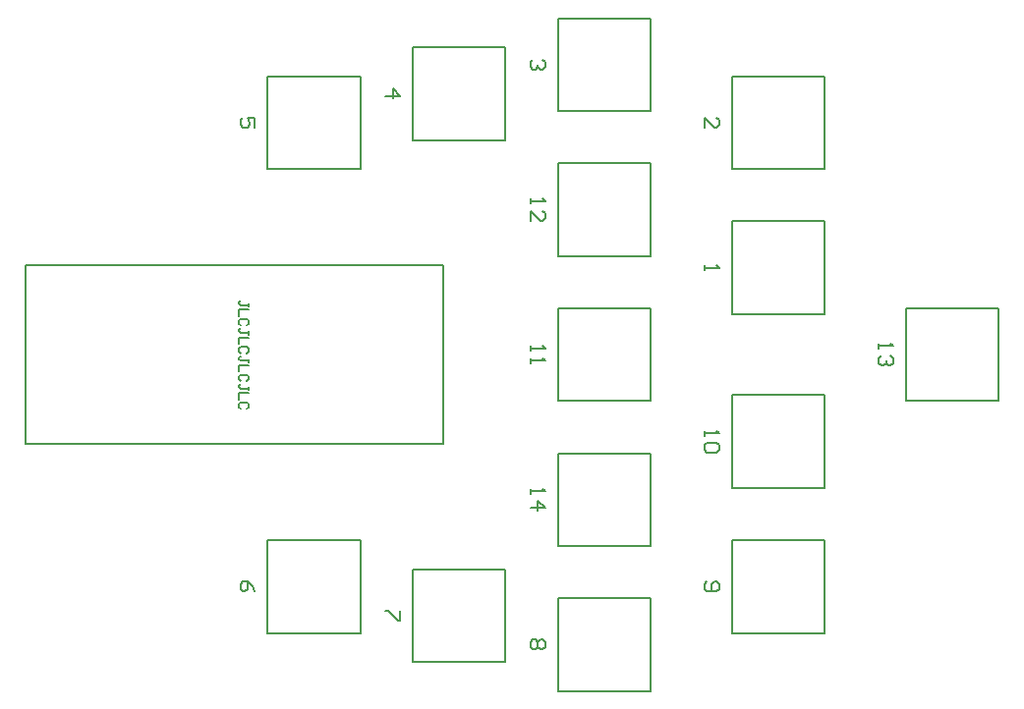
<source format=gto>
G04*
G04 #@! TF.GenerationSoftware,Altium Limited,Altium Designer,23.11.1 (41)*
G04*
G04 Layer_Color=65535*
%FSLAX25Y25*%
%MOIN*%
G70*
G04*
G04 #@! TF.SameCoordinates,C9437007-6874-4410-A1E4-39502FECBC63*
G04*
G04*
G04 #@! TF.FilePolarity,Positive*
G04*
G01*
G75*
%ADD10C,0.00787*%
%ADD11C,0.00787*%
%ADD12C,0.00591*%
%ADD13C,0.00610*%
D10*
X72835Y-15748D02*
X104331D01*
Y15748D01*
X72835D02*
X104331D01*
X72835Y-15748D02*
Y15748D01*
Y33465D02*
X104331D01*
Y64961D01*
X72835D02*
X104331D01*
X72835Y33465D02*
Y64961D01*
X190945Y-15748D02*
X222441D01*
Y15748D01*
X190945D02*
X222441D01*
X190945Y-15748D02*
Y15748D01*
X72835Y-64961D02*
X104331D01*
Y-33465D01*
X72835D02*
X104331D01*
X72835Y-64961D02*
Y-33465D01*
X131890Y-45276D02*
X163386D01*
Y-13780D01*
X131890D02*
X163386D01*
X131890Y-45276D02*
Y-13780D01*
X23622Y-104331D02*
X55118D01*
Y-72835D01*
X23622D02*
X55118D01*
X23622Y-104331D02*
Y-72835D01*
Y72835D02*
X55118D01*
Y104331D01*
X23622D02*
X55118D01*
X23622Y72835D02*
Y104331D01*
X131890Y13780D02*
X163386D01*
Y45276D01*
X131890D02*
X163386D01*
X131890Y13780D02*
Y45276D01*
X72835Y-114173D02*
X104331D01*
Y-82677D01*
X72835D02*
X104331D01*
X72835Y-114173D02*
Y-82677D01*
X-25591Y62992D02*
X5906D01*
Y94488D01*
X-25591D02*
X5906D01*
X-25591Y62992D02*
Y94488D01*
X131890Y62992D02*
X163386D01*
Y94488D01*
X131890D02*
X163386D01*
X131890Y62992D02*
Y94488D01*
Y-94488D02*
X163386D01*
Y-62992D01*
X131890D02*
X163386D01*
X131890Y-94488D02*
Y-62992D01*
X-25591Y-94488D02*
X5906D01*
Y-62992D01*
X-25591D02*
X5906D01*
X-25591Y-94488D02*
Y-62992D01*
X72835Y82677D02*
X104331D01*
Y114173D01*
X72835D02*
X104331D01*
X72835Y82677D02*
Y114173D01*
D11*
X-107677Y-30315D02*
X34055D01*
X-107677Y30315D02*
X34055D01*
Y-30315D02*
Y30315D01*
X-107677Y-30315D02*
Y30315D01*
D12*
X-32087Y16268D02*
Y17317D01*
Y16793D01*
X-34711D01*
X-35236Y17317D01*
Y17842D01*
X-34711Y18367D01*
X-32087Y15218D02*
X-35236D01*
Y13119D01*
X-32612Y9971D02*
X-32087Y10495D01*
Y11545D01*
X-32612Y12070D01*
X-34711D01*
X-35236Y11545D01*
Y10495D01*
X-34711Y9971D01*
X-32087Y6822D02*
Y7871D01*
Y7347D01*
X-34711D01*
X-35236Y7871D01*
Y8396D01*
X-34711Y8921D01*
X-32087Y5772D02*
X-35236D01*
Y3673D01*
X-32612Y525D02*
X-32087Y1049D01*
Y2099D01*
X-32612Y2624D01*
X-34711D01*
X-35236Y2099D01*
Y1049D01*
X-34711Y525D01*
X-32087Y-2624D02*
Y-1574D01*
Y-2099D01*
X-34711D01*
X-35236Y-1574D01*
Y-1049D01*
X-34711Y-525D01*
X-32087Y-3673D02*
X-35236D01*
Y-5772D01*
X-32612Y-8921D02*
X-32087Y-8396D01*
Y-7347D01*
X-32612Y-6822D01*
X-34711D01*
X-35236Y-7347D01*
Y-8396D01*
X-34711Y-8921D01*
X-32087Y-12070D02*
Y-11020D01*
Y-11545D01*
X-34711D01*
X-35236Y-11020D01*
Y-10495D01*
X-34711Y-9971D01*
X-32087Y-13119D02*
X-35236D01*
Y-15218D01*
X-32612Y-18367D02*
X-32087Y-17842D01*
Y-16793D01*
X-32612Y-16268D01*
X-34711D01*
X-35236Y-16793D01*
Y-17842D01*
X-34711Y-18367D01*
D13*
X181713Y3690D02*
Y2050D01*
Y2870D01*
X186632D01*
X185812Y3690D01*
Y-410D02*
X186632Y-1230D01*
Y-2870D01*
X185812Y-3690D01*
X184992D01*
X184172Y-2870D01*
Y-2050D01*
Y-2870D01*
X183352Y-3690D01*
X182533D01*
X181713Y-2870D01*
Y-1230D01*
X182533Y-410D01*
X123477Y-77100D02*
X122658Y-77920D01*
Y-79560D01*
X123477Y-80380D01*
X126757D01*
X127577Y-79560D01*
Y-77920D01*
X126757Y-77100D01*
X125937D01*
X125117Y-77920D01*
Y-80380D01*
X122658Y-25838D02*
Y-27478D01*
Y-26658D01*
X127577D01*
X126757Y-25838D01*
Y-29937D02*
X127577Y-30757D01*
Y-32397D01*
X126757Y-33217D01*
X123477D01*
X122658Y-32397D01*
Y-30757D01*
X123477Y-29937D01*
X126757D01*
X122658Y30347D02*
Y28708D01*
Y29528D01*
X127577D01*
X126757Y30347D01*
X122658Y77100D02*
Y80380D01*
X125937Y77100D01*
X126757D01*
X127577Y77920D01*
Y79560D01*
X126757Y80380D01*
X63602Y52902D02*
Y51262D01*
Y52082D01*
X68522D01*
X67702Y52902D01*
X63602Y45523D02*
Y48803D01*
X66882Y45523D01*
X67702D01*
X68522Y46343D01*
Y47983D01*
X67702Y48803D01*
X-29903Y77100D02*
Y80380D01*
X-32363D01*
X-31543Y78740D01*
Y77920D01*
X-32363Y77100D01*
X-34003D01*
X-34823Y77920D01*
Y79560D01*
X-34003Y80380D01*
X14390Y87763D02*
X19309D01*
X16850Y90223D01*
Y86943D01*
X67702Y100065D02*
X68522Y99245D01*
Y97605D01*
X67702Y96785D01*
X66882D01*
X66062Y97605D01*
Y98425D01*
Y97605D01*
X65242Y96785D01*
X64422D01*
X63602Y97605D01*
Y99245D01*
X64422Y100065D01*
X63602Y2870D02*
Y1230D01*
Y2050D01*
X68522D01*
X67702Y2870D01*
X63602Y-1230D02*
Y-2870D01*
Y-2050D01*
X68522D01*
X67702Y-1230D01*
X63602Y-45523D02*
Y-47163D01*
Y-46343D01*
X68522D01*
X67702Y-45523D01*
X63602Y-52082D02*
X68522D01*
X66062Y-49623D01*
Y-52902D01*
X67702Y-96785D02*
X68522Y-97605D01*
Y-99245D01*
X67702Y-100065D01*
X66882D01*
X66062Y-99245D01*
X65242Y-100065D01*
X64422D01*
X63602Y-99245D01*
Y-97605D01*
X64422Y-96785D01*
X65242D01*
X66062Y-97605D01*
X66882Y-96785D01*
X67702D01*
X66062Y-97605D02*
Y-99245D01*
X19309Y-86943D02*
Y-90223D01*
X18489D01*
X15210Y-86943D01*
X14390D01*
X-29903Y-80380D02*
X-30723Y-78740D01*
X-32363Y-77100D01*
X-34003D01*
X-34823Y-77920D01*
Y-79560D01*
X-34003Y-80380D01*
X-33183D01*
X-32363Y-79560D01*
Y-77100D01*
M02*

</source>
